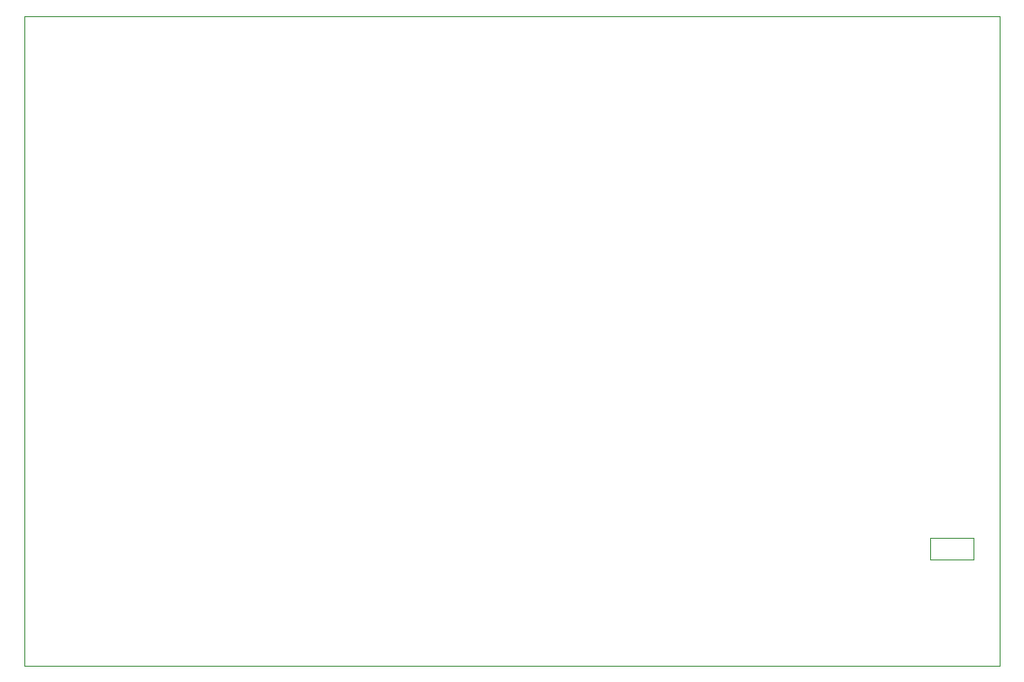
<source format=gbr>
%TF.GenerationSoftware,KiCad,Pcbnew,9.0.0*%
%TF.CreationDate,2025-03-06T18:24:39+01:00*%
%TF.ProjectId,GettingToBlinky,47657474-696e-4675-946f-426c696e6b79,rev?*%
%TF.SameCoordinates,Original*%
%TF.FileFunction,Profile,NP*%
%FSLAX46Y46*%
G04 Gerber Fmt 4.6, Leading zero omitted, Abs format (unit mm)*
G04 Created by KiCad (PCBNEW 9.0.0) date 2025-03-06 18:24:39*
%MOMM*%
%LPD*%
G01*
G04 APERTURE LIST*
%TA.AperFunction,Profile*%
%ADD10C,0.050000*%
%TD*%
G04 APERTURE END LIST*
D10*
X83000000Y-81500000D02*
X174500000Y-81500000D01*
X174500000Y-142500000D01*
X83000000Y-142500000D01*
X83000000Y-81500000D01*
X168000000Y-130500000D02*
X172000000Y-130500000D01*
X172000000Y-132500000D01*
X168000000Y-132500000D01*
X168000000Y-130500000D01*
M02*

</source>
